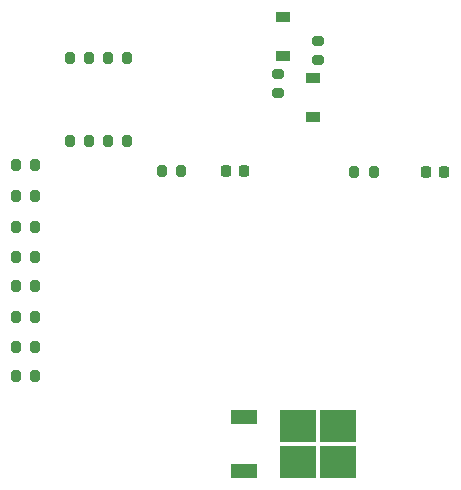
<source format=gbr>
%TF.GenerationSoftware,KiCad,Pcbnew,(6.0.5)*%
%TF.CreationDate,2022-06-26T17:30:21+02:00*%
%TF.ProjectId,midiperformer,6d696469-7065-4726-966f-726d65722e6b,rev?*%
%TF.SameCoordinates,Original*%
%TF.FileFunction,Paste,Top*%
%TF.FilePolarity,Positive*%
%FSLAX46Y46*%
G04 Gerber Fmt 4.6, Leading zero omitted, Abs format (unit mm)*
G04 Created by KiCad (PCBNEW (6.0.5)) date 2022-06-26 17:30:21*
%MOMM*%
%LPD*%
G01*
G04 APERTURE LIST*
G04 Aperture macros list*
%AMRoundRect*
0 Rectangle with rounded corners*
0 $1 Rounding radius*
0 $2 $3 $4 $5 $6 $7 $8 $9 X,Y pos of 4 corners*
0 Add a 4 corners polygon primitive as box body*
4,1,4,$2,$3,$4,$5,$6,$7,$8,$9,$2,$3,0*
0 Add four circle primitives for the rounded corners*
1,1,$1+$1,$2,$3*
1,1,$1+$1,$4,$5*
1,1,$1+$1,$6,$7*
1,1,$1+$1,$8,$9*
0 Add four rect primitives between the rounded corners*
20,1,$1+$1,$2,$3,$4,$5,0*
20,1,$1+$1,$4,$5,$6,$7,0*
20,1,$1+$1,$6,$7,$8,$9,0*
20,1,$1+$1,$8,$9,$2,$3,0*%
G04 Aperture macros list end*
%ADD10RoundRect,0.200000X0.200000X0.275000X-0.200000X0.275000X-0.200000X-0.275000X0.200000X-0.275000X0*%
%ADD11R,1.200000X0.900000*%
%ADD12RoundRect,0.200000X0.275000X-0.200000X0.275000X0.200000X-0.275000X0.200000X-0.275000X-0.200000X0*%
%ADD13RoundRect,0.200000X-0.275000X0.200000X-0.275000X-0.200000X0.275000X-0.200000X0.275000X0.200000X0*%
%ADD14RoundRect,0.225000X0.225000X0.250000X-0.225000X0.250000X-0.225000X-0.250000X0.225000X-0.250000X0*%
%ADD15R,3.050000X2.750000*%
%ADD16R,2.200000X1.200000*%
%ADD17RoundRect,0.225000X-0.225000X-0.250000X0.225000X-0.250000X0.225000X0.250000X-0.225000X0.250000X0*%
G04 APERTURE END LIST*
D10*
%TO.C,R4*%
X214900000Y-62932744D03*
X213250000Y-62932744D03*
%TD*%
%TO.C,R10*%
X207125000Y-87400000D03*
X205475000Y-87400000D03*
%TD*%
%TO.C,R9*%
X207125000Y-89800000D03*
X205475000Y-89800000D03*
%TD*%
D11*
%TO.C,D1*%
X228075000Y-62732744D03*
X228075000Y-59432744D03*
%TD*%
D10*
%TO.C,R8*%
X235795000Y-72565488D03*
X234145000Y-72565488D03*
%TD*%
D12*
%TO.C,R1*%
X227675000Y-65907744D03*
X227675000Y-64257744D03*
%TD*%
D10*
%TO.C,R5*%
X211700000Y-69932744D03*
X210050000Y-69932744D03*
%TD*%
%TO.C,R6*%
X214900000Y-69932744D03*
X213250000Y-69932744D03*
%TD*%
D13*
%TO.C,R2*%
X231075000Y-61457744D03*
X231075000Y-63107744D03*
%TD*%
D10*
%TO.C,R16*%
X207125000Y-72000000D03*
X205475000Y-72000000D03*
%TD*%
D14*
%TO.C,C1*%
X224825000Y-72465488D03*
X223275000Y-72465488D03*
%TD*%
D10*
%TO.C,R13*%
X207125000Y-77200000D03*
X205475000Y-77200000D03*
%TD*%
%TO.C,R3*%
X211700000Y-62932744D03*
X210050000Y-62932744D03*
%TD*%
%TO.C,R14*%
X207125000Y-74600000D03*
X205475000Y-74600000D03*
%TD*%
D11*
%TO.C,D2*%
X230675000Y-67932744D03*
X230675000Y-64632744D03*
%TD*%
D15*
%TO.C,U3*%
X229400000Y-94075000D03*
X229400000Y-97125000D03*
X232750000Y-97125000D03*
X232750000Y-94075000D03*
D16*
X224775000Y-93320000D03*
X224775000Y-97880000D03*
%TD*%
D10*
%TO.C,R12*%
X207125000Y-79800000D03*
X205475000Y-79800000D03*
%TD*%
D17*
%TO.C,C2*%
X240225000Y-72565488D03*
X241775000Y-72565488D03*
%TD*%
D10*
%TO.C,R15*%
X207125000Y-82200000D03*
X205475000Y-82200000D03*
%TD*%
%TO.C,R11*%
X207125000Y-84800000D03*
X205475000Y-84800000D03*
%TD*%
%TO.C,R7*%
X219475000Y-72465488D03*
X217825000Y-72465488D03*
%TD*%
M02*

</source>
